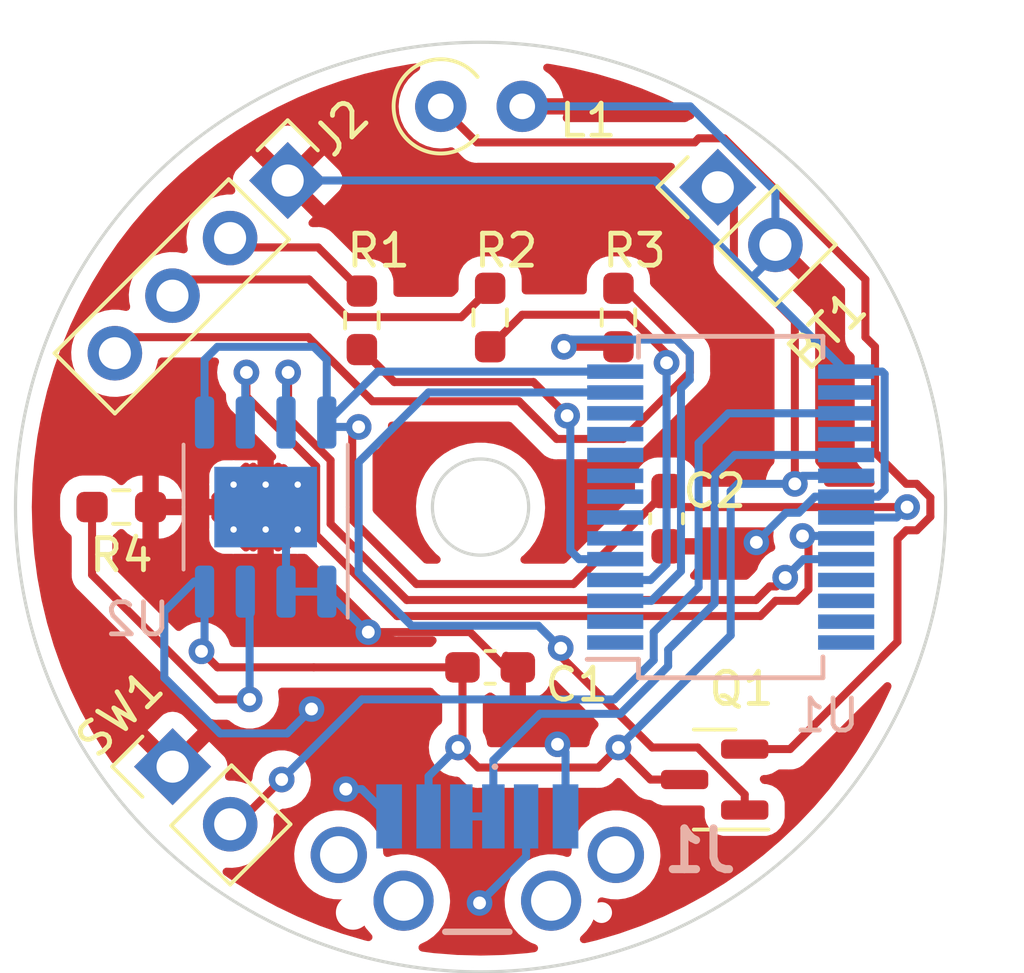
<source format=kicad_pcb>
(kicad_pcb (version 20211014) (generator pcbnew)
  (layers (0 "F.Cu" signal) (31 "B.Cu" signal) (34 "B.Paste" user) (35 "F.Paste" user) (36 "B.SilkS" user "B.Silkscreen") (37 "F.SilkS" user "F.Silkscreen") (38 "B.Mask" user) (39 "F.Mask" user) (44 "Edge.Cuts" user))
  (net 0 "")
  (net 3 "Net-(BT1-Pad1)")
  (net 11 "Net-(R2-Pad2)")
  (net 14 "Net-(R3-Pad2)")
  (net 15 "Net-(L1-Pad1)")
  (net 20 "Net-(Q1-Pad1)")
  (net 21 "Net-(U1-Pad23)")
  (net 22 "Net-(U1-Pad24)")
  (net 27 "Net-(R4-Pad1)")
  (net 28 "Net-(R1-Pad2)")
  (net 29 "Net-(SW1-Pad2)")
  (net 30 "Net-(J2-Pad2)")
  (net 31 "Net-(J2-Pad3)")
  (net 32 "Net-(J2-Pad4)")
  (net 33 "Net-(C2-Pad2)")
  (net 34 "GND")
  (net 35 "Net-(U1-Pad19)")
  (net 36 "Net-(U2-Pad4)")
  (footprint "Resistor_SMD:R_0603_1608Metric_Pad0.98x0.95mm_HandSolder" (layer "F.Cu") (at 89 79.0875 -90)
    (fp_text reference "R3" (at -2.0875 -0.5) (layer "F.SilkS"))
    (fp_text value "1 Kohm")
    (fp_line (start -0.254724 0.5225) (end 0.254724 0.5225) (layer "F.SilkS") (width 0.12))
    (fp_line (start -0.254724 -0.5225) (end 0.254724 -0.5225) (layer "F.SilkS") (width 0.12))
    (pad "1" smd roundrect (at -0.9125 0 270) (size 0.975 0.95) (layers "F.Cu" "F.Paste" "F.Mask") (net 32 "Net-(J2-Pad4)"))
    (pad "2" smd roundrect (at 0.9125 0 270) (size 0.975 0.95) (layers "F.Cu" "F.Paste" "F.Mask") (net 14 "Net-(R3-Pad2)"))
  )
  (footprint "Connector_PinHeader_2.54mm:PinHeader_1x02_P2.54mm_Vertical" (layer "F.Cu") (at 75.098439 93.098439 45)
    (fp_text reference "SW1" (at 0 -2.33 45) (layer "F.SilkS"))
    (fp_text value "btn")
    (fp_line (start -1.33 1.27) (end 1.33 1.27) (layer "F.SilkS") (width 0.12))
    (fp_line (start 1.33 1.27) (end 1.33 3.87) (layer "F.SilkS") (width 0.12))
    (fp_line (start -1.33 1.27) (end -1.33 3.87) (layer "F.SilkS") (width 0.12))
    (fp_line (start -1.33 3.87) (end 1.33 3.87) (layer "F.SilkS") (width 0.12))
    (fp_line (start -1.33 -1.33) (end 0 -1.33) (layer "F.SilkS") (width 0.12))
    (fp_line (start -1.33 0) (end -1.33 -1.33) (layer "F.SilkS") (width 0.12))
    (pad "1" thru_hole rect (at 0 0 45) (size 1.7 1.7) (drill 1) (layers *.Cu *.Mask) (net 34 "GND"))
    (pad "2" thru_hole oval (at 0 2.54 45) (size 1.7 1.7) (drill 1) (layers *.Cu *.Mask) (net 29 "Net-(SW1-Pad2)"))
  )
  (footprint "Capacitor_SMD:C_0603_1608Metric_Pad1.08x0.95mm_HandSolder" (layer "F.Cu") (at 85 90 180)
    (fp_text reference "C1" (at -2.7 -0.54) (layer "F.SilkS"))
    (fp_text value "10uF")
    (fp_line (start -0.146267 -0.51) (end 0.146267 -0.51) (layer "F.SilkS") (width 0.12))
    (fp_line (start -0.146267 0.51) (end 0.146267 0.51) (layer "F.SilkS") (width 0.12))
    (pad "1" smd roundrect (at -0.8625 0 180) (size 1.075 0.95) (layers "F.Cu" "F.Paste" "F.Mask") (net 34 "GND"))
    (pad "2" smd roundrect (at 0.8625 0 180) (size 1.075 0.95) (layers "F.Cu" "F.Paste" "F.Mask") (net 3 "Net-(BT1-Pad1)"))
  )
  (footprint "Connector_PinHeader_2.54mm:PinHeader_1x04_P2.54mm_Vertical" (layer "F.Cu") (at 78.687006 74.812994 -45)
    (fp_text reference "J2" (at 0 -2.33 45) (layer "F.SilkS"))
    (fp_text value "LEDs")
    (fp_line (start -1.33 0) (end -1.33 -1.33) (layer "F.SilkS") (width 0.12))
    (fp_line (start 1.33 1.27) (end 1.33 8.95) (layer "F.SilkS") (width 0.12))
    (fp_line (start -1.33 1.27) (end -1.33 8.95) (layer "F.SilkS") (width 0.12))
    (fp_line (start -1.33 1.27) (end 1.33 1.27) (layer "F.SilkS") (width 0.12))
    (fp_line (start -1.33 -1.33) (end 0 -1.33) (layer "F.SilkS") (width 0.12))
    (fp_line (start -1.33 8.95) (end 1.33 8.95) (layer "F.SilkS") (width 0.12))
    (pad "1" thru_hole rect (at 0 0 315) (size 1.7 1.7) (drill 1) (layers *.Cu *.Mask) (net 34 "GND"))
    (pad "2" thru_hole oval (at 0 2.54 315) (size 1.7 1.7) (drill 1) (layers *.Cu *.Mask) (net 30 "Net-(J2-Pad2)"))
    (pad "3" thru_hole oval (at 0 5.08 315) (size 1.7 1.7) (drill 1) (layers *.Cu *.Mask) (net 31 "Net-(J2-Pad3)"))
    (pad "4" thru_hole oval (at 0 7.62 315) (size 1.7 1.7) (drill 1) (layers *.Cu *.Mask) (net 32 "Net-(J2-Pad4)"))
  )
  (footprint "Resistor_SMD:R_0603_1608Metric_Pad0.98x0.95mm_HandSolder" (layer "F.Cu") (at 73.5 85)
    (fp_text reference "R4" (at 0 1.5) (layer "F.SilkS"))
    (fp_text value "2.8Kohm")
    (fp_line (start -0.254724 0.5225) (end 0.254724 0.5225) (layer "F.SilkS") (width 0.12))
    (fp_line (start -0.254724 -0.5225) (end 0.254724 -0.5225) (layer "F.SilkS") (width 0.12))
    (pad "1" smd roundrect (at -0.9125 0) (size 0.975 0.95) (layers "F.Cu" "F.Paste" "F.Mask") (net 27 "Net-(R4-Pad1)"))
    (pad "2" smd roundrect (at 0.9125 0) (size 0.975 0.95) (layers "F.Cu" "F.Paste" "F.Mask") (net 34 "GND"))
  )
  (footprint "Resistor_SMD:R_0603_1608Metric_Pad0.98x0.95mm_HandSolder" (layer "F.Cu") (at 85 79.0875 -90)
    (fp_text reference "R2" (at -2.0875 -0.5) (layer "F.SilkS"))
    (fp_text value "1 Kohm")
    (fp_line (start -0.254724 -0.5225) (end 0.254724 -0.5225) (layer "F.SilkS") (width 0.12))
    (fp_line (start -0.254724 0.5225) (end 0.254724 0.5225) (layer "F.SilkS") (width 0.12))
    (pad "1" smd roundrect (at -0.9125 0 270) (size 0.975 0.95) (layers "F.Cu" "F.Paste" "F.Mask") (net 31 "Net-(J2-Pad3)"))
    (pad "2" smd roundrect (at 0.9125 0 270) (size 0.975 0.95) (layers "F.Cu" "F.Paste" "F.Mask") (net 11 "Net-(R2-Pad2)"))
  )
  (footprint "Capacitor_SMD:C_0603_1608Metric_Pad1.08x0.95mm_HandSolder" (layer "F.Cu") (at 90.5 85.3625 90)
    (fp_text reference "C2" (at 0.8625 1.5) (layer "F.SilkS"))
    (fp_text value "10uF")
    (fp_line (start -0.146267 -0.51) (end 0.146267 -0.51) (layer "F.SilkS") (width 0.12))
    (fp_line (start -0.146267 0.51) (end 0.146267 0.51) (layer "F.SilkS") (width 0.12))
    (pad "1" smd roundrect (at -0.8625 0 90) (size 1.075 0.95) (layers "F.Cu" "F.Paste" "F.Mask") (net 34 "GND"))
    (pad "2" smd roundrect (at 0.8625 0 90) (size 1.075 0.95) (layers "F.Cu" "F.Paste" "F.Mask") (net 33 "Net-(C2-Pad2)"))
  )
  (footprint "Package_TO_SOT_SMD:SOT-23" (layer "F.Cu") (at 92 93.5 180)
    (fp_text reference "Q1" (at -0.84 2.83) (layer "F.SilkS"))
    (fp_text value "N-FET")
    (fp_line (start 0 -1.56) (end 0.65 -1.56) (layer "F.SilkS") (width 0.12))
    (fp_line (start 0 -1.56) (end -1.675 -1.56) (layer "F.SilkS") (width 0.12))
    (fp_line (start 0 1.56) (end -0.65 1.56) (layer "F.SilkS") (width 0.12))
    (fp_line (start 0 1.56) (end 0.65 1.56) (layer "F.SilkS") (width 0.12))
    (pad "1" smd roundrect (at -0.9375 -0.95 180) (size 1.475 0.6) (layers "F.Cu" "F.Paste" "F.Mask") (net 20 "Net-(Q1-Pad1)"))
    (pad "2" smd roundrect (at -0.9375 0.95 180) (size 1.475 0.6) (layers "F.Cu" "F.Paste" "F.Mask") (net 15 "Net-(L1-Pad1)"))
    (pad "3" smd roundrect (at 0.9375 0 180) (size 1.475 0.6) (layers "F.Cu" "F.Paste" "F.Mask") (net 3 "Net-(BT1-Pad1)"))
  )
  (footprint "Resistor_SMD:R_0603_1608Metric_Pad0.98x0.95mm_HandSolder" (layer "F.Cu") (at 81 79.175 -90)
    (fp_text reference "R1" (at -2.175 -0.5225) (layer "F.SilkS"))
    (fp_text value "1 Kohm")
    (fp_line (start -0.254724 -0.5225) (end 0.254724 -0.5225) (layer "F.SilkS") (width 0.12))
    (fp_line (start -0.254724 0.5225) (end 0.254724 0.5225) (layer "F.SilkS") (width 0.12))
    (pad "1" smd roundrect (at -0.9125 0 270) (size 0.975 0.95) (layers "F.Cu" "F.Paste" "F.Mask") (net 30 "Net-(J2-Pad2)"))
    (pad "2" smd roundrect (at 0.9125 0 270) (size 0.975 0.95) (layers "F.Cu" "F.Paste" "F.Mask") (net 28 "Net-(R1-Pad2)"))
  )
  (footprint "Connector_PinHeader_2.54mm:PinHeader_1x02_P2.54mm_Vertical" (layer "F.Cu") (at 92.098439 75.023294 45)
    (fp_text reference "BT1" (at -0.760242 5.570776 45) (layer "F.SilkS"))
    (fp_text value "Battery_Cell")
    (fp_line (start -1.33 -1.33) (end 0 -1.33) (layer "F.SilkS") (width 0.12))
    (fp_line (start -1.33 1.27) (end -1.33 3.87) (layer "F.SilkS") (width 0.12))
    (fp_line (start -1.33 3.87) (end 1.33 3.87) (layer "F.SilkS") (width 0.12))
    (fp_line (start -1.33 0) (end -1.33 -1.33) (layer "F.SilkS") (width 0.12))
    (fp_line (start 1.33 1.27) (end 1.33 3.87) (layer "F.SilkS") (width 0.12))
    (fp_line (start -1.33 1.27) (end 1.33 1.27) (layer "F.SilkS") (width 0.12))
    (pad "1" thru_hole rect (at 0 0 45) (size 1.7 1.7) (drill 1) (layers *.Cu *.Mask) (net 3 "Net-(BT1-Pad1)"))
    (pad "2" thru_hole oval (at 0 2.54 45) (size 1.7 1.7) (drill 1) (layers *.Cu *.Mask) (net 34 "GND"))
  )
  (footprint "Inductor_THT:L_Axial_L6.6mm_D2.7mm_P2.54mm_Vertical_Vishay_IM-2" (layer "F.Cu") (at 83.46 72.5)
    (fp_text reference "L1" (at 4.594173 0.445477) (layer "F.SilkS"))
    (fp_text value "2 Ohm")
    (fp_arc (start 1.146516 0.92) (mid -1.47 0) (end 1.146516 -0.92) (layer "F.SilkS") (width 0.12))
    (pad "1" thru_hole circle (at 0 0) (size 1.6 1.6) (drill 0.8) (layers *.Cu *.Mask) (net 15 "Net-(L1-Pad1)"))
    (pad "2" thru_hole oval (at 2.54 0) (size 1.6 1.6) (drill 0.8) (layers *.Cu *.Mask) (net 34 "GND"))
  )
  (footprint "Package_SO:SOIC-8-1EP_3.9x4.9mm_P1.27mm_EP2.514x3.2mm_ThermalVias" (layer "B.Cu") (at 78 85 90)
    (fp_text reference "U2" (at -3.5 -4) (layer "B.SilkS") (effects (justify mirror)))
    (fp_text value "TP4056")
    (fp_line (start 0 -2.56) (end 1.95 -2.56) (layer "B.SilkS") (width 0.12))
    (fp_line (start 0 2.56) (end 1.95 2.56) (layer "B.SilkS") (width 0.12))
    (fp_line (start 0 2.56) (end -3.45 2.56) (layer "B.SilkS") (width 0.12))
    (fp_line (start 0 -2.56) (end -1.95 -2.56) (layer "B.SilkS") (width 0.12))
    (pad "1" smd roundrect (at -2.6375 1.905 90) (size 1.625 0.6) (layers "B.Cu" "B.Paste" "B.Mask") (net 34 "GND"))
    (pad "2" smd roundrect (at -2.6375 0.635 90) (size 1.625 0.6) (layers "B.Cu" "B.Paste" "B.Mask") (net 34 "GND"))
    (pad "3" smd roundrect (at -2.6375 -0.635 90) (size 1.625 0.6) (layers "B.Cu" "B.Paste" "B.Mask") (net 27 "Net-(R4-Pad1)"))
    (pad "4" smd roundrect (at -2.6375 -1.905 90) (size 1.625 0.6) (layers "B.Cu" "B.Paste" "B.Mask") (net 36 "Net-(U2-Pad4)"))
    (pad "5" smd roundrect (at 2.6375 -1.905 90) (size 1.625 0.6) (layers "B.Cu" "B.Paste" "B.Mask") (net 33 "Net-(C2-Pad2)"))
    (pad "6" smd roundrect (at 2.6375 -0.635 90) (size 1.625 0.6) (layers "B.Cu" "B.Paste" "B.Mask") (net 21 "Net-(U1-Pad23)"))
    (pad "7" smd roundrect (at 2.6375 0.635 90) (size 1.625 0.6) (layers "B.Cu" "B.Paste" "B.Mask") (net 22 "Net-(U1-Pad24)"))
    (pad "8" smd roundrect (at 2.6375 1.905 90) (size 1.625 0.6) (layers "B.Cu" "B.Paste" "B.Mask") (net 33 "Net-(C2-Pad2)"))
    (pad "9" thru_hole circle (at -0.7 1 90) (size 0.5 0.5) (drill 0.2) (layers *.Cu) (net 34 "GND"))
    (pad "9" smd rect (at 0 0 90) (size 2.514 3.2) (layers "B.Cu" "B.Mask") (net 34 "GND"))
    (pad "9" thru_hole circle (at 0.7 -1 90) (size 0.5 0.5) (drill 0.2) (layers *.Cu) (net 34 "GND"))
    (pad "9" thru_hole circle (at -0.7 0 90) (size 0.5 0.5) (drill 0.2) (layers *.Cu) (net 34 "GND"))
    (pad "9" thru_hole circle (at -0.7 -1 90) (size 0.5 0.5) (drill 0.2) (layers *.Cu) (net 34 "GND"))
    (pad "9" thru_hole circle (at 0.7 1 90) (size 0.5 0.5) (drill 0.2) (layers *.Cu) (net 34 "GND"))
    (pad "9" smd rect (at 0 0 90) (size 1.9 2.5) (layers "F.Cu") (net 34 "GND"))
    (pad "9" thru_hole circle (at 0.7 0 90) (size 0.5 0.5) (drill 0.2) (layers *.Cu) (net 34 "GND"))
  )
  (footprint "SamacSys:USB4140GF0070C" (layer "B.Cu") (at 84.6 96.1 180)
    (fp_text reference "J1" (at -6.94 0.38) (layer "B.SilkS") (effects (font (size 1.27 1.27) (thickness 0.254)) (justify mirror)))
    (fp_text value "USB4140-GF-0070-C" hide)
    (fp_line (start -0.5 3) (end -0.5 3) (layer "B.SilkS") (width 0.1))
    (fp_line (start -1 -2.15) (end 1 -2.15) (layer "B.SilkS") (width 0.2))
    (fp_line (start -0.6 3) (end -0.6 3) (layer "B.SilkS") (width 0.1))
    (fp_arc (start -0.6 3) (mid -0.55 2.95) (end -0.5 3) (layer "B.SilkS") (width 0.1))
    (fp_arc (start -0.5 3) (mid -0.55 3.05) (end -0.6 3) (layer "B.SilkS") (width 0.1))
    (pad "" np_thru_hole circle locked (at 3.875 -1.55 180) (size 1.07 1.07) (drill 1.07) (layers *.Cu *.Mask))
    (pad "" np_thru_hole circle locked (at -3.875 -1.55 180) (size 0.65 0.65) (drill 0.65) (layers *.Cu *.Mask))
    (pad "A5" smd rect locked (at -0.5 1.45 180) (size 0.7 2) (layers "B.Cu" "B.Paste" "B.Mask") (net 35 "Net-(U1-Pad19)"))
    (pad "A9" smd rect locked (at 1.52 1.45 180) (size 0.76 2) (layers "B.Cu" "B.Paste" "B.Mask") (net 3 "Net-(BT1-Pad1)"))
    (pad "A12" smd rect locked (at 2.75 1.45 180) (size 0.8 2) (layers "B.Cu" "B.Paste" "B.Mask") (net 34 "GND"))
    (pad "B5" smd rect locked (at 0.5 1.45 180) (size 0.7 2) (layers "B.Cu" "B.Paste" "B.Mask") (net 35 "Net-(U1-Pad19)"))
    (pad "B9" smd rect locked (at -1.52 1.45 180) (size 0.76 2) (layers "B.Cu" "B.Paste" "B.Mask") (net 36 "Net-(U2-Pad4)"))
    (pad "B12" smd rect locked (at -2.75 1.45 180) (size 0.8 2) (layers "B.Cu" "B.Paste" "B.Mask") (net 34 "GND"))
    (pad "MH1" thru_hole circle locked (at -4.32 0.25 180) (size 1.755 1.755) (drill 1.17) (layers *.Cu *.Mask))
    (pad "MH2" thru_hole circle locked (at 4.32 0.25 180) (size 1.755 1.755) (drill 1.17) (layers *.Cu *.Mask))
    (pad "MH3" thru_hole circle locked (at -2.3 -1.18 180) (size 1.875 1.875) (drill 1.25) (layers *.Cu *.Mask))
    (pad "MH4" thru_hole circle locked (at 2.3 -1.18 180) (size 1.875 1.875) (drill 1.25) (layers *.Cu *.Mask))
  )
  (footprint "Package_SO:SSOP-28_5.3x10.2mm_P0.65mm" (layer "B.Cu") (at 92.5 85)
    (fp_text reference "U1" (at 3 6.5 180) (layer "B.SilkS") (effects (justify mirror)))
    (fp_text value "ATmega3208-X")
    (fp_line (start -2.875 4.75) (end -4.475 4.75) (layer "B.SilkS") (width 0.15))
    (fp_line (start -2.875 -5.325) (end -2.875 -4.675) (layer "B.SilkS") (width 0.15))
    (fp_line (start 2.875 -5.325) (end 2.875 -4.675) (layer "B.SilkS") (width 0.15))
    (fp_line (start -2.875 5.325) (end 2.875 5.325) (layer "B.SilkS") (width 0.15))
    (fp_line (start 2.875 5.325) (end 2.875 4.675) (layer "B.SilkS") (width 0.15))
    (fp_line (start -2.875 5.325) (end -2.875 4.75) (layer "B.SilkS") (width 0.15))
    (fp_line (start -2.875 -5.325) (end 2.875 -5.325) (layer "B.SilkS") (width 0.15))
    (pad "1" smd rect (at -3.6 4.225) (size 1.75 0.45) (layers "B.Cu" "B.Paste" "B.Mask"))
    (pad "2" smd rect (at -3.6 3.575) (size 1.75 0.45) (layers "B.Cu" "B.Paste" "B.Mask"))
    (pad "3" smd rect (at -3.6 2.925) (size 1.75 0.45) (layers "B.Cu" "B.Paste" "B.Mask") (net 14 "Net-(R3-Pad2)"))
    (pad "4" smd rect (at -3.6 2.275) (size 1.75 0.45) (layers "B.Cu" "B.Paste" "B.Mask") (net 11 "Net-(R2-Pad2)"))
    (pad "5" smd rect (at -3.6 1.625) (size 1.75 0.45) (layers "B.Cu" "B.Paste" "B.Mask") (net 28 "Net-(R1-Pad2)"))
    (pad "6" smd rect (at -3.6 0.975) (size 1.75 0.45) (layers "B.Cu" "B.Paste" "B.Mask"))
    (pad "7" smd rect (at -3.6 0.325) (size 1.75 0.45) (layers "B.Cu" "B.Paste" "B.Mask"))
    (pad "8" smd rect (at -3.6 -0.325) (size 1.75 0.45) (layers "B.Cu" "B.Paste" "B.Mask"))
    (pad "9" smd rect (at -3.6 -0.975) (size 1.75 0.45) (layers "B.Cu" "B.Paste" "B.Mask"))
    (pad "10" smd rect (at -3.6 -1.625) (size 1.75 0.45) (layers "B.Cu" "B.Paste" "B.Mask"))
    (pad "11" smd rect (at -3.6 -2.275) (size 1.75 0.45) (layers "B.Cu" "B.Paste" "B.Mask"))
    (pad "12" smd rect (at -3.6 -2.925) (size 1.75 0.45) (layers "B.Cu" "B.Paste" "B.Mask"))
    (pad "13" smd rect (at -3.6 -3.575) (size 1.75 0.45) (layers "B.Cu" "B.Paste" "B.Mask") (net 20 "Net-(Q1-Pad1)"))
    (pad "14" smd rect (at -3.6 -4.225) (size 1.75 0.45) (layers "B.Cu" "B.Paste" "B.Mask") (net 33 "Net-(C2-Pad2)"))
    (pad "15" smd rect (at 3.6 -4.225) (size 1.75 0.45) (layers "B.Cu" "B.Paste" "B.Mask") (net 34 "GND"))
    (pad "16" smd rect (at 3.6 -3.575) (size 1.75 0.45) (layers "B.Cu" "B.Paste" "B.Mask"))
    (pad "17" smd rect (at 3.6 -2.925) (size 1.75 0.45) (layers "B.Cu" "B.Paste" "B.Mask") (net 29 "Net-(SW1-Pad2)"))
    (pad "18" smd rect (at 3.6 -2.275) (size 1.75 0.45) (layers "B.Cu" "B.Paste" "B.Mask"))
    (pad "19" smd rect (at 3.6 -1.625) (size 1.75 0.45) (layers "B.Cu" "B.Paste" "B.Mask") (net 35 "Net-(U1-Pad19)"))
    (pad "20" smd rect (at 3.6 -0.975) (size 1.75 0.45) (layers "B.Cu" "B.Paste" "B.Mask") (net 3 "Net-(BT1-Pad1)"))
    (pad "21" smd rect (at 3.6 -0.325) (size 1.75 0.45) (layers "B.Cu" "B.Paste" "B.Mask") (net 34 "GND"))
    (pad "22" smd rect (at 3.6 0.325) (size 1.75 0.45) (layers "B.Cu" "B.Paste" "B.Mask") (net 33 "Net-(C2-Pad2)"))
    (pad "23" smd rect (at 3.6 0.975) (size 1.75 0.45) (layers "B.Cu" "B.Paste" "B.Mask") (net 21 "Net-(U1-Pad23)"))
    (pad "24" smd rect (at 3.6 1.625) (size 1.75 0.45) (layers "B.Cu" "B.Paste" "B.Mask") (net 22 "Net-(U1-Pad24)"))
    (pad "25" smd rect (at 3.6 2.275) (size 1.75 0.45) (layers "B.Cu" "B.Paste" "B.Mask"))
    (pad "26" smd rect (at 3.6 2.925) (size 1.75 0.45) (layers "B.Cu" "B.Paste" "B.Mask"))
    (pad "27" smd rect (at 3.6 3.575) (size 1.75 0.45) (layers "B.Cu" "B.Paste" "B.Mask"))
    (pad "28" smd rect (at 3.6 4.225) (size 1.75 0.45) (layers "B.Cu" "B.Paste" "B.Mask"))
  )
  (gr_circle (center 84.7 85) (end 99.2 85) (layer "Edge.Cuts") (width 0.1) (fill none))
  (gr_circle (center 84.7 85) (end 86.2 85) (layer "Edge.Cuts") (width 0.1) (fill none))
  (segment (start 92.6 77.3) (end 94.5 79.2) (width 0.25) (layer "F.Cu") (net 3))
  (segment (start 79.5 90) (end 76.5 90) (width 0.25) (layer "F.Cu") (net 3))
  (segment (start 88.375 93.125) (end 89 92.5) (width 0.25) (layer "F.Cu") (net 3))
  (segment (start 84.1375 90) (end 79.5 90) (width 0.25) (layer "F.Cu") (net 3))
  (segment (start 92.6 75.524855) (end 92.6 77.3) (width 0.25) (layer "F.Cu") (net 3))
  (segment (start 90 93.5) (end 89 92.5) (width 0.25) (layer "F.Cu") (net 3))
  (segment (start 84.1375 90) (end 84.1375 92.3625) (width 0.25) (layer "F.Cu") (net 3))
  (segment (start 84.1375 92.3625) (end 84 92.5) (width 0.25) (layer "F.Cu") (net 3))
  (segment (start 84.625 93.125) (end 88.375 93.125) (width 0.25) (layer "F.Cu") (net 3))
  (segment (start 84 92.5) (end 84.625 93.125) (width 0.25) (layer "F.Cu") (net 3))
  (segment (start 92.098439 75.023294) (end 92.6 75.524855) (width 0.25) (layer "F.Cu") (net 3))
  (segment (start 76.5 90) (end 76 89.5) (width 0.25) (layer "F.Cu") (net 3))
  (segment (start 91.0625 93.5) (end 90 93.5) (width 0.25) (layer "F.Cu") (net 3))
  (segment (start 94.5 79.2) (end 94.5 84.2755) (width 0.25) (layer "F.Cu") (net 3))
  (via (at 89 92.5) (size 0.8) (drill 0.4) (layers "F.Cu" "B.Cu") (net 3))
  (via (at 76 89.5) (size 0.8) (drill 0.4) (layers "F.Cu" "B.Cu") (net 3))
  (via (at 94.5 84.2755) (size 0.8) (drill 0.4) (layers "F.Cu" "B.Cu") (net 3))
  (via (at 84 92.5) (size 0.8) (drill 0.4) (layers "F.Cu" "B.Cu") (net 3))
  (segment (start 94.7505 84.025) (end 96.1 84.025) (width 0.25) (layer "B.Cu") (net 3))
  (segment (start 89 92.5) (end 92.5 89) (width 0.25) (layer "B.Cu") (net 3))
  (segment (start 92.7245 84.2755) (end 94.5 84.2755) (width 0.25) (layer "B.Cu") (net 3))
  (segment (start 83.98 92.5) (end 84 92.5) (width 0.25) (layer "B.Cu") (net 3))
  (segment (start 92.5 84.5) (end 92.7245 84.2755) (width 0.25) (layer "B.Cu") (net 3))
  (segment (start 83.08 93.4) (end 83.98 92.5) (width 0.25) (layer "B.Cu") (net 3))
  (segment (start 92.5 89) (end 92.5 84.5) (width 0.25) (layer "B.Cu") (net 3))
  (segment (start 76.095 89.405) (end 76 89.5) (width 0.25) (layer "B.Cu") (net 3))
  (segment (start 76.095 87.6375) (end 76.095 89.405) (width 0.25) (layer "B.Cu") (net 3))
  (segment (start 94.5 84.2755) (end 94.7505 84.025) (width 0.25) (layer "B.Cu") (net 3))
  (segment (start 83.08 94.65) (end 83.08 93.4) (width 0.25) (layer "B.Cu") (net 3))
  (segment (start 89.282995 79) (end 90.5 80.217005) (width 0.25) (layer "F.Cu") (net 11))
  (segment (start 85 80) (end 86 79) (width 0.25) (layer "F.Cu") (net 11))
  (segment (start 86 79) (end 89.282995 79) (width 0.25) (layer "F.Cu") (net 11))
  (segment (start 90.5 80.217005) (end 90.5 80.5) (width 0.25) (layer "F.Cu") (net 11))
  (via (at 90.5 80.5) (size 0.8) (drill 0.4) (layers "F.Cu" "B.Cu") (net 11))
  (segment (start 90 87.275) (end 88.9 87.275) (width 0.25) (layer "B.Cu") (net 11))
  (segment (start 90.5 80.5) (end 90.5 86.775) (width 0.25) (layer "B.Cu") (net 11))
  (segment (start 90.5 86.775) (end 90 87.275) (width 0.25) (layer "B.Cu") (net 11))
  (segment (start 87.3 80) (end 89 80) (width 0.25) (layer "F.Cu") (net 14))
  (via (at 87.3 80) (size 0.8) (drill 0.4) (layers "F.Cu" "B.Cu") (net 14))
  (segment (start 91.225 81.025) (end 91.225 80.199695) (width 0.25) (layer "B.Cu") (net 14))
  (segment (start 91.225 80.199695) (end 90.800305 79.775) (width 0.25) (layer "B.Cu") (net 14))
  (segment (start 90.95 81.3) (end 91.225 81.025) (width 0.25) (layer "B.Cu") (net 14))
  (segment (start 90.800305 79.775) (end 87.525 79.775) (width 0.25) (layer "B.Cu") (net 14))
  (segment (start 87.525 79.775) (end 87.3 80) (width 0.25) (layer "B.Cu") (net 14))
  (segment (start 88.9 87.925) (end 90.025 87.925) (width 0.25) (layer "B.Cu") (net 14))
  (segment (start 90.025 87.925) (end 90.95 87) (width 0.25) (layer "B.Cu") (net 14))
  (segment (start 90.95 87) (end 90.95 81.3) (width 0.25) (layer "B.Cu") (net 14))
  (segment (start 92.296212 73.496212) (end 96.7 77.9) (width 0.25) (layer "F.Cu") (net 15))
  (segment (start 98.725 84.699695) (end 98.725 85.300305) (width 0.25) (layer "F.Cu") (net 15))
  (segment (start 97.975 84.275) (end 98.300305 84.275) (width 0.25) (layer "F.Cu") (net 15))
  (segment (start 97.975 85.725) (end 97.7 86) (width 0.25) (layer "F.Cu") (net 15))
  (segment (start 97.7 89.2) (end 94.35 92.55) (width 0.25) (layer "F.Cu") (net 15))
  (segment (start 84.585 73.625) (end 91.375 73.625) (width 0.25) (layer "F.Cu") (net 15))
  (segment (start 98.725 85.300305) (end 98.300305 85.725) (width 0.25) (layer "F.Cu") (net 15))
  (segment (start 96.7 79.7) (end 97 80) (width 0.25) (layer "F.Cu") (net 15))
  (segment (start 97 80) (end 97 83.3) (width 0.25) (layer "F.Cu") (net 15))
  (segment (start 94.35 92.55) (end 92.9375 92.55) (width 0.25) (layer "F.Cu") (net 15))
  (segment (start 98.300305 84.275) (end 98.725 84.699695) (width 0.25) (layer "F.Cu") (net 15))
  (segment (start 91.503788 73.496212) (end 92.296212 73.496212) (width 0.25) (layer "F.Cu") (net 15))
  (segment (start 83.46 72.5) (end 84.585 73.625) (width 0.25) (layer "F.Cu") (net 15))
  (segment (start 97 83.3) (end 97.975 84.275) (width 0.25) (layer "F.Cu") (net 15))
  (segment (start 91.375 73.625) (end 91.503788 73.496212) (width 0.25) (layer "F.Cu") (net 15))
  (segment (start 97.7 86) (end 97.7 89.2) (width 0.25) (layer "F.Cu") (net 15))
  (segment (start 98.300305 85.725) (end 97.975 85.725) (width 0.25) (layer "F.Cu") (net 15))
  (segment (start 96.7 77.9) (end 96.7 79.7) (width 0.25) (layer "F.Cu") (net 15))
  (segment (start 87.2 89.4) (end 87.2 89.65) (width 0.25) (layer "F.Cu") (net 20))
  (segment (start 87.2 89.65) (end 90.05 92.5) (width 0.25) (layer "F.Cu") (net 20))
  (segment (start 90.05 92.5) (end 91.471751 92.5) (width 0.25) (layer "F.Cu") (net 20))
  (segment (start 91.471751 92.5) (end 92.9375 93.965749) (width 0.25) (layer "F.Cu") (net 20))
  (segment (start 92.9375 93.965749) (end 92.9375 94.45) (width 0.25) (layer "F.Cu") (net 20))
  (via (at 87.2 89.4) (size 0.8) (drill 0.4) (layers "F.Cu" "B.Cu") (net 20))
  (segment (start 80.9 83.6) (end 83.075 81.425) (width 0.25) (layer "B.Cu") (net 20))
  (segment (start 82.55 88.7) (end 80.9 87.05) (width 0.25) (layer "B.Cu") (net 20))
  (segment (start 83.075 81.425) (end 88.9 81.425) (width 0.25) (layer "B.Cu") (net 20))
  (segment (start 80.9 87.05) (end 80.9 83.6) (width 0.25) (layer "B.Cu") (net 20))
  (segment (start 87.2 89.4) (end 86.5 88.7) (width 0.25) (layer "B.Cu") (net 20))
  (segment (start 86.5 88.7) (end 82.55 88.7) (width 0.25) (layer "B.Cu") (net 20))
  (segment (start 93.899695 87.925) (end 93.424695 88.4) (width 0.25) (layer "F.Cu") (net 21))
  (segment (start 79.575 85.875) (end 79.575 83.725) (width 0.25) (layer "F.Cu") (net 21))
  (segment (start 77.4 81.55) (end 77.4 80.8) (width 0.25) (layer "F.Cu") (net 21))
  (segment (start 79.575 83.725) (end 77.4 81.55) (width 0.25) (layer "F.Cu") (net 21))
  (segment (start 93.424695 88.4) (end 82.1 88.4) (width 0.25) (layer "F.Cu") (net 21))
  (segment (start 94.925 87.575) (end 94.575 87.925) (width 0.25) (layer "F.Cu") (net 21))
  (segment (start 94.925 86.087109) (end 94.925 87.575) (width 0.25) (layer "F.Cu") (net 21))
  (segment (start 94.575 87.925) (end 93.899695 87.925) (width 0.25) (layer "F.Cu") (net 21))
  (segment (start 94.739272 85.901381) (end 94.925 86.087109) (width 0.25) (layer "F.Cu") (net 21))
  (segment (start 82.1 88.4) (end 79.575 85.875) (width 0.25) (layer "F.Cu") (net 21))
  (via (at 94.739272 85.901381) (size 0.8) (drill 0.4) (layers "F.Cu" "B.Cu") (net 21))
  (via (at 77.4 80.8) (size 0.8) (drill 0.4) (layers "F.Cu" "B.Cu") (net 21))
  (segment (start 94.739272 85.901381) (end 96.026381 85.901381) (width 0.25) (layer "B.Cu") (net 21))
  (segment (start 77.365 82.3625) (end 77.365 80.835) (width 0.25) (layer "B.Cu") (net 21))
  (segment (start 77.365 80.835) (end 77.4 80.8) (width 0.25) (layer "B.Cu") (net 21))
  (segment (start 77.5 82.2275) (end 77.365 82.3625) (width 0.25) (layer "B.Cu") (net 21))
  (segment (start 96.026381 85.901381) (end 96.1 85.975) (width 0.25) (layer "B.Cu") (net 21))
  (segment (start 96.075 86) (end 96.1 85.975) (width 0.25) (layer "B.Cu") (net 21))
  (segment (start 78.7 80.8) (end 78.7 82.213604) (width 0.25) (layer "F.Cu") (net 22))
  (segment (start 93.925 87.475) (end 94.2 87.2) (width 0.25) (layer "F.Cu") (net 22))
  (segment (start 82.4 87.9) (end 93.288299 87.9) (width 0.25) (layer "F.Cu") (net 22))
  (segment (start 78.7 82.213604) (end 80.025 83.538604) (width 0.25) (layer "F.Cu") (net 22))
  (segment (start 93.288299 87.9) (end 93.713299 87.475) (width 0.25) (layer "F.Cu") (net 22))
  (segment (start 93.713299 87.475) (end 93.925 87.475) (width 0.25) (layer "F.Cu") (net 22))
  (segment (start 80.025 85.525) (end 82.4 87.9) (width 0.25) (layer "F.Cu") (net 22))
  (segment (start 80.025 83.538604) (end 80.025 85.525) (width 0.25) (layer "F.Cu") (net 22))
  (via (at 94.2 87.2) (size 0.8) (drill 0.4) (layers "F.Cu" "B.Cu") (net 22))
  (via (at 78.7 80.8) (size 0.8) (drill 0.4) (layers "F.Cu" "B.Cu") (net 22))
  (segment (start 94.2 87.2) (end 94.775 86.625) (width 0.25) (layer "B.Cu") (net 22))
  (segment (start 78.635 82.3625) (end 78.635 80.865) (width 0.25) (layer "B.Cu") (net 22))
  (segment (start 94.775 86.625) (end 96.1 86.625) (width 0.25) (layer "B.Cu") (net 22))
  (segment (start 78.635 80.865) (end 78.7 80.8) (width 0.25) (layer "B.Cu") (net 22))
  (segment (start 72.5875 85) (end 72.5875 87.112805) (width 0.25) (layer "F.Cu") (net 27))
  (segment (start 72.5875 87.112805) (end 76.474695 91) (width 0.25) (layer "F.Cu") (net 27))
  (segment (start 76.474695 91) (end 77.5 91) (width 0.25) (layer "F.Cu") (net 27))
  (via (at 77.5 91) (size 0.8) (drill 0.4) (layers "F.Cu" "B.Cu") (net 27))
  (segment (start 77.5 91) (end 77.5 87.7725) (width 0.25) (layer "B.Cu") (net 27))
  (segment (start 77.5 87.7725) (end 77.365 87.6375) (width 0.25) (layer "B.Cu") (net 27))
  (segment (start 86.3505 81.1) (end 82.0125 81.1) (width 0.25) (layer "F.Cu") (net 28))
  (segment (start 82.0125 81.1) (end 81 80.0875) (width 0.25) (layer "F.Cu") (net 28))
  (segment (start 87.4 82.1495) (end 86.3505 81.1) (width 0.25) (layer "F.Cu") (net 28))
  (via (at 87.4 82.1495) (size 0.8) (drill 0.4) (layers "F.Cu" "B.Cu") (net 28))
  (segment (start 87.5 82.2495) (end 87.5 86.35) (width 0.25) (layer "B.Cu") (net 28))
  (segment (start 87.5 86.35) (end 87.775 86.625) (width 0.25) (layer "B.Cu") (net 28))
  (segment (start 87.775 86.625) (end 88.9 86.625) (width 0.25) (layer "B.Cu") (net 28))
  (segment (start 87.4 82.1495) (end 87.5 82.2495) (width 0.25) (layer "B.Cu") (net 28))
  (segment (start 76.89449 94.89449) (end 77.10551 94.89449) (width 0.25) (layer "F.Cu") (net 29))
  (segment (start 77.10551 94.89449) (end 78.5 93.5) (width 0.25) (layer "F.Cu") (net 29))
  (via (at 78.5 93.5) (size 0.8) (drill 0.4) (layers "F.Cu" "B.Cu") (net 29))
  (segment (start 91.5 87.5) (end 91.5 83) (width 0.25) (layer "B.Cu") (net 29))
  (segment (start 90.1 88.9) (end 91.5 87.5) (width 0.25) (layer "B.Cu") (net 29))
  (segment (start 88.875 91) (end 90.1 89.775) (width 0.25) (layer "B.Cu") (net 29))
  (segment (start 78.5 93.5) (end 81 91) (width 0.25) (layer "B.Cu") (net 29))
  (segment (start 91.5 83) (end 92.425 82.075) (width 0.25) (layer "B.Cu") (net 29))
  (segment (start 81 91) (end 88.875 91) (width 0.25) (layer "B.Cu") (net 29))
  (segment (start 90.1 89.775) (end 90.1 88.9) (width 0.25) (layer "B.Cu") (net 29))
  (segment (start 92.425 82.075) (end 96.1 82.075) (width 0.25) (layer "B.Cu") (net 29))
  (segment (start 81 78.2625) (end 79.6375 76.9) (width 0.25) (layer "F.Cu") (net 30))
  (segment (start 79.6375 76.9) (end 77.18191 76.9) (width 0.25) (layer "F.Cu") (net 30))
  (segment (start 77.18191 76.9) (end 76.890955 76.609045) (width 0.25) (layer "F.Cu") (net 30))
  (segment (start 84.1 79.075) (end 85 78.175) (width 0.25) (layer "F.Cu") (net 31))
  (segment (start 79.354505 77.9) (end 80.529505 79.075) (width 0.25) (layer "F.Cu") (net 31))
  (segment (start 75.6 77.9) (end 79.354505 77.9) (width 0.25) (layer "F.Cu") (net 31))
  (segment (start 80.529505 79.075) (end 84.1 79.075) (width 0.25) (layer "F.Cu") (net 31))
  (segment (start 75.094904 78.405096) (end 75.6 77.9) (width 0.25) (layer "F.Cu") (net 31))
  (segment (start 89.200305 78.175) (end 89 78.175) (width 0.25) (layer "F.Cu") (net 32))
  (segment (start 91.225 80.199695) (end 89.200305 78.175) (width 0.25) (layer "F.Cu") (net 32))
  (segment (start 91.225 80.800305) (end 91.225 80.199695) (width 0.25) (layer "F.Cu") (net 32))
  (segment (start 85.9 81.7) (end 87.0745 82.8745) (width 0.25) (layer "F.Cu") (net 32))
  (segment (start 87.0745 82.8745) (end 89.150805 82.8745) (width 0.25) (layer "F.Cu") (net 32))
  (segment (start 81.329505 81.7) (end 85.9 81.7) (width 0.25) (layer "F.Cu") (net 32))
  (segment (start 73.8 79.7) (end 79.329505 79.7) (width 0.25) (layer "F.Cu") (net 32))
  (segment (start 89.150805 82.8745) (end 91.225 80.800305) (width 0.25) (layer "F.Cu") (net 32))
  (segment (start 79.329505 79.7) (end 81.329505 81.7) (width 0.25) (layer "F.Cu") (net 32))
  (segment (start 73.298852 80.201148) (end 73.8 79.7) (width 0.25) (layer "F.Cu") (net 32))
  (segment (start 87.6 87.4) (end 82.7 87.4) (width 0.25) (layer "F.Cu") (net 33))
  (segment (start 90.5 84.5) (end 87.6 87.4) (width 0.25) (layer "F.Cu") (net 33))
  (segment (start 82.7 87.4) (end 80.7 85.4) (width 0.25) (layer "F.Cu") (net 33))
  (segment (start 80.7 82.7) (end 80.9 82.5) (width 0.25) (layer "F.Cu") (net 33))
  (segment (start 80.7 85.4) (end 80.7 82.7) (width 0.25) (layer "F.Cu") (net 33))
  (segment (start 98 85) (end 91 85) (width 0.25) (layer "F.Cu") (net 33))
  (segment (start 91 85) (end 90.5 84.5) (width 0.25) (layer "F.Cu") (net 33))
  (via (at 98 85) (size 0.8) (drill 0.4) (layers "F.Cu" "B.Cu") (net 33))
  (via (at 80.9 82.5) (size 0.8) (drill 0.4) (layers "F.Cu" "B.Cu") (net 33))
  (segment (start 80.0425 82.5) (end 79.905 82.3625) (width 0.25) (layer "B.Cu") (net 33))
  (segment (start 76.095 82.3625) (end 76.095 80.405) (width 0.25) (layer "B.Cu") (net 33))
  (segment (start 76.5 80) (end 79.5 80) (width 0.25) (layer "B.Cu") (net 33))
  (segment (start 76.095 80.405) (end 76.5 80) (width 0.25) (layer "B.Cu") (net 33))
  (segment (start 79.5 80) (end 79.905 80.405) (width 0.25) (layer "B.Cu") (net 33))
  (segment (start 80.9 82.5) (end 80.0425 82.5) (width 0.25) (layer "B.Cu") (net 33))
  (segment (start 79.905 80.405) (end 79.905 82.3625) (width 0.25) (layer "B.Cu") (net 33))
  (segment (start 79.905 82.3625) (end 81.4925 80.775) (width 0.25) (layer "B.Cu") (net 33))
  (segment (start 97.675 85.325) (end 98 85) (width 0.25) (layer "B.Cu") (net 33))
  (segment (start 96.1 85.325) (end 97.675 85.325) (width 0.25) (layer "B.Cu") (net 33))
  (segment (start 81.4925 80.775) (end 88.9 80.775) (width 0.25) (layer "B.Cu") (net 33))
  (segment (start 85.470495 90) (end 85.8625 90) (width 0.25) (layer "F.Cu") (net 34))
  (segment (start 84.370495 88.9) (end 85.470495 90) (width 0.25) (layer "F.Cu") (net 34))
  (segment (start 85.8625 90) (end 85.5 89.6375) (width 0.25) (layer "F.Cu") (net 34))
  (segment (start 81.2 88.9) (end 84.370495 88.9) (width 0.25) (layer "F.Cu") (net 34))
  (via (at 93.3 86.1) (size 0.8) (drill 0.4) (layers "F.Cu" "B.Cu") (net 34))
  (via (at 81.2 88.9) (size 0.8) (drill 0.4) (layers "F.Cu" "B.Cu") (net 34))
  (via (at 87.1 92.4) (size 0.8) (drill 0.4) (layers "F.Cu" "B.Cu") (net 34))
  (via (at 80.5 93.8) (size 0.8) (drill 0.4) (layers "F.Cu" "B.Cu") (net 34))
  (segment (start 90.137994 74.812994) (end 78.687006 74.812994) (width 0.25) (layer "B.Cu") (net 34))
  (segment (start 91.236847 72.5) (end 93.89449 75.157643) (width 0.25) (layer "B.Cu") (net 34))
  (segment (start 95.125805 84.675) (end 94.624424 85.176381) (width 0.25) (layer "B.Cu") (net 34))
  (segment (start 78.635 86.065) (end 79 85.7) (width 0.25) (layer "B.Cu") (net 34))
  (segment (start 96.1 80.775) (end 97.225 80.775) (width 0.25) (layer "B.Cu") (net 34))
  (segment (start 97.3 80.85) (end 97.3 84.475) (width 0.25) (layer "B.Cu") (net 34))
  (segment (start 93.89449 75.157643) (end 93.89449 76.819345) (width 0.25) (layer "B.Cu") (net 34))
  (segment (start 96.1 80.775) (end 93.1625 77.8375) (width 0.25) (layer "B.Cu") (net 34))
  (segment (start 86 72.5) (end 91.236847 72.5) (width 0.25) (layer "B.Cu") (net 34))
  (segment (start 78.635 87.6375) (end 78.635 86.065) (width 0.25) (layer "B.Cu") (net 34))
  (segment (start 80.5 93.8) (end 81 93.8) (width 0.25) (layer "B.Cu") (net 34))
  (segment (start 79.905 87.6375) (end 78.635 87.6375) (width 0.25) (layer "B.Cu") (net 34))
  (segment (start 81.2 88.9) (end 81.1675 88.9) (width 0.25) (layer "B.Cu") (net 34))
  (segment (start 81 93.8) (end 81.85 94.65) (width 0.25) (layer "B.Cu") (net 34))
  (segment (start 94.624424 85.176381) (end 94.223619 85.176381) (width 0.25) (layer "B.Cu") (net 34))
  (segment (start 97.3 84.475) (end 97.1 84.675) (width 0.25) (layer "B.Cu") (net 34))
  (segment (start 87.35 94.65) (end 87.35 92.65) (width 0.25) (layer "B.Cu") (net 34))
  (segment (start 97.225 80.775) (end 97.3 80.85) (width 0.25) (layer "B.Cu") (net 34))
  (segment (start 93.1625 77.8375) (end 90.137994 74.812994) (width 0.25) (layer "B.Cu") (net 34))
  (segment (start 87.35 92.65) (end 87.1 92.4) (width 0.25) (layer "B.Cu") (net 34))
  (segment (start 93.89449 77.10551) (end 93.89449 76.819345) (width 0.25) (layer "B.Cu") (net 34))
  (segment (start 94.223619 85.176381) (end 93.3 86.1) (width 0.25) (layer "B.Cu") (net 34))
  (segment (start 81.1675 88.9) (end 79.905 87.6375) (width 0.25) (layer "B.Cu") (net 34))
  (segment (start 93.1625 77.8375) (end 93.89449 77.10551) (width 0.25) (layer "B.Cu") (net 34))
  (segment (start 97.1 84.675) (end 96.1 84.675) (width 0.25) (layer "B.Cu") (net 34))
  (segment (start 96.1 84.675) (end 95.125805 84.675) (width 0.25) (layer "B.Cu") (net 34))
  (segment (start 85.1 94.65) (end 84.1 94.65) (width 0.25) (layer "B.Cu") (net 35))
  (segment (start 90.55 89.45) (end 90.55 89.961396) (width 0.25) (layer "B.Cu") (net 35))
  (segment (start 96.1 83.375) (end 92.625 83.375) (width 0.25) (layer "B.Cu") (net 35))
  (segment (start 92 88) (end 90.55 89.45) (width 0.25) (layer "B.Cu") (net 35))
  (segment (start 92 84) (end 92 88) (width 0.25) (layer "B.Cu") (net 35))
  (segment (start 86.55 91.45) (end 85.1 92.9) (width 0.25) (layer "B.Cu") (net 35))
  (segment (start 90.55 89.961396) (end 89.061396 91.45) (width 0.25) (layer "B.Cu") (net 35))
  (segment (start 92.625 83.375) (end 92 84) (width 0.25) (layer "B.Cu") (net 35))
  (segment (start 89.061396 91.45) (end 86.55 91.45) (width 0.25) (layer "B.Cu") (net 35))
  (segment (start 85.1 92.9) (end 85.1 94.65) (width 0.25) (layer "B.Cu") (net 35))
  (segment (start 84.67 97.35) (end 84.67 96.54) (width 0.25) (layer "F.Cu") (net 36))
  (segment (start 84.67 96.54) (end 79.43 91.3) (width 0.25) (layer "F.Cu") (net 36))
  (via (at 84.67 97.35) (size 0.8) (drill 0.4) (layers "F.Cu" "B.Cu") (net 36))
  (via (at 79.43 91.3) (size 0.8) (drill 0.4) (layers "F.Cu" "B.Cu") (net 36))
  (segment (start 74.84 90.32) (end 74.84 88.256104) (width 0.25) (layer "B.Cu") (net 36))
  (segment (start 76.58 92.06) (end 74.84 90.32) (width 0.25) (layer "B.Cu") (net 36))
  (segment (start 86.12 95.9) (end 84.67 97.35) (width 0.25) (layer "B.Cu") (net 36))
  (segment (start 79.43 91.3) (end 78.67 92.06) (width 0.25) (layer "B.Cu") (net 36))
  (segment (start 86.12 94.65) (end 86.12 95.9) (width 0.25) (layer "B.Cu") (net 36))
  (segment (start 78.67 92.06) (end 76.58 92.06) (width 0.25) (layer "B.Cu") (net 36))
  (segment (start 74.84 88.256104) (end 75.776802 87.319302) (width 0.25) (layer "B.Cu") (net 36))
  (zone (net 34) (net_name "GND") (layer "F.Cu") (connect_pads (clearance 0.508)) (min_thickness 0.254) (fill yes (thermal_gap 0.508) (thermal_bridge_width 0.508))
    (polygon (pts (xy 81.3 70.8) (xy 80.4 71.1) (xy 79.85 71.3) (xy 78.7 71.7) (xy 76.7 72.9) (xy 74.7 74.2) (xy 72.8 76.4) (xy 70.9 79.6) (xy 70.2 82.9) (xy 70.1 86.3) (xy 70.7 89.7) (xy 72.5 93) (xy 73.9 94.8) (xy 75.7 96.5) (xy 77.3 97.6) (xy 79.6 98.7) (xy 81.7 99.2) (xy 84 99.5) (xy 86.1 99.4) (xy 88.3 99) (xy 91.1 97.9) (xy 93.9 96) (xy 95.9 94) (xy 97.3 91.8) (xy 98.3 89.6) (xy 98.8 87) (xy 98.9 84.2) (xy 98.5 81.1) (xy 97.6 78.6) (xy 96.5 76.8) (xy 95.3 75.3) (xy 93.3 73.4) (xy 91.1 72.1) (xy 88.9 71.2) (xy 86.4 70.6) (xy 84.1 70.5)))
  )
)
</source>
